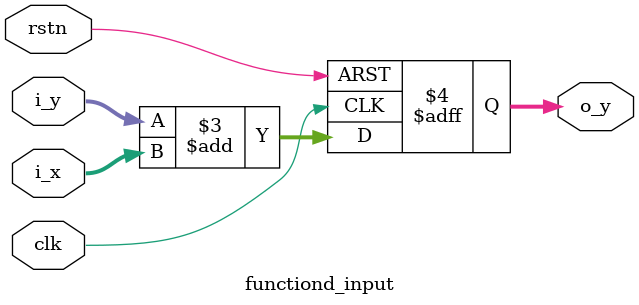
<source format=sv>

module functiond_input#(
	parameter WIDTH = 32
)
(   input clk,
    input rstn,
    input signed [WIDTH-1:0] i_x,
    input signed [WIDTH-1:0] i_y,
    //input begin_flag,
    output reg signed [WIDTH-1:0] o_y
    );
    
    //reg signed [WIDTH-1:0] y_cut;
    
    always @(posedge clk or negedge rstn) begin
        if(!rstn)begin
            o_y <= 'd0;
        end
        //else if(begin_flag == 1'b1)begin 
        //    o_y <= i_y + i_x;
	//end
        else begin   
            o_y <= i_y + i_x;
	    end
    end
    
endmodule


</source>
